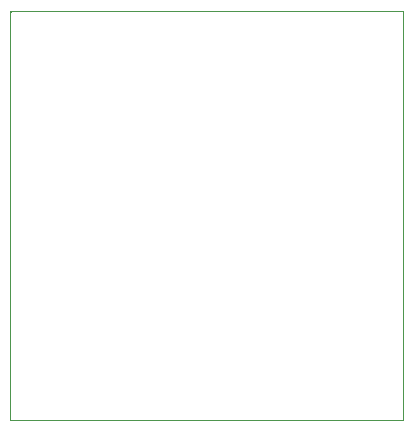
<source format=gbr>
G04 #@! TF.FileFunction,Profile,NP*
%FSLAX46Y46*%
G04 Gerber Fmt 4.6, Leading zero omitted, Abs format (unit mm)*
G04 Created by KiCad (PCBNEW (2015-08-05 BZR 6055, Git fa29c62)-product) date 02/02/2016 11:58:07 AM*
%MOMM*%
G01*
G04 APERTURE LIST*
%ADD10C,0.100000*%
G04 APERTURE END LIST*
D10*
X97409000Y-152044400D02*
X97409000Y-117576600D01*
X97409000Y-117602000D02*
X96596200Y-117602000D01*
X97409000Y-152222200D02*
X97409000Y-151993600D01*
X96596200Y-152222200D02*
X97409000Y-152222200D01*
X64236600Y-152222200D02*
X96621600Y-152222200D01*
X96621600Y-117602000D02*
X64211200Y-117602000D01*
X64211200Y-117627400D02*
X64236600Y-117627400D01*
X64211200Y-152222200D02*
X64211200Y-117627400D01*
X64287400Y-152222200D02*
X64236600Y-152222200D01*
X64287400Y-152222200D02*
X64312800Y-152222200D01*
M02*

</source>
